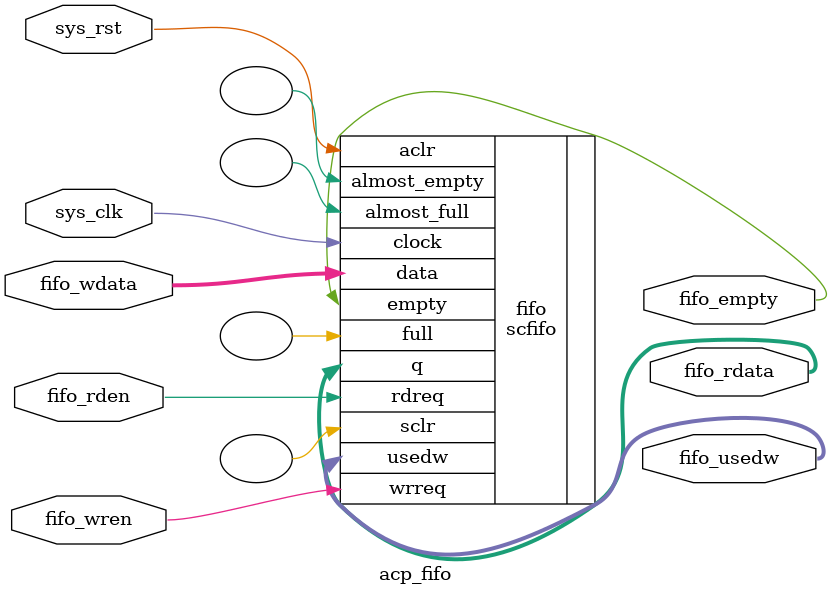
<source format=v>


// Change log:
// 
// 
// 

// -------------------------------------
// Naming Conventions:
// 	active low signals                 : "*_n"
// 	clock signals                      : "clk", "clk_div#", "clk_#x"
// 	reset signals                      : "rst", "rst_n"
// 	generics                           : "C_*"
// 	user defined types                 : "*_TYPE"
// 	state machine next state           : "*_ns"
// 	state machine current state        : "*_cs"
// 	combinatorial signals              : "*_com"
// 	pipelined or register delay signals: "*_d#"
// 	counter signals                    : "*cnt*"
// 	clock enable signals               : "*_ce"
// 	internal version of output port    : "*_i"
// 	device pins                        : "*_pin"
// 	ports                              : - Names begin with Uppercase
// Code:
module acp_fifo (/*AUTOARG*/
   // Outputs
   fifo_usedw, fifo_rdata, fifo_empty,
   // Inputs
   sys_clk, sys_rst, fifo_wdata, fifo_wren, fifo_rden
   );
   input sys_clk;
   input sys_rst;

   input [255:0] fifo_wdata;
   input 	 fifo_wren;
   output [3:0]  fifo_usedw;

   output [255:0] fifo_rdata;
   output 	  fifo_empty;
   input 	  fifo_rden;

   scfifo
     fifo (.rdreq (fifo_rden),
	   .clock (sys_clk),
	   .wrreq (fifo_wren),
	   .data  (fifo_wdata),
	   .usedw (fifo_usedw),
	   .empty (fifo_empty),
	   .q     (fifo_rdata),
	   .full  () ,
	   .aclr  (sys_rst),
	   .almost_empty (),
	   .almost_full (),
	   .sclr ());
   defparam
     fifo.add_ram_output_register = "ON",
     fifo.intended_device_family = "Stratix IV",
     fifo.lpm_numwords = 16,
     fifo.lpm_showahead = "ON",
     fifo.lpm_type = "scfifo",
     fifo.lpm_width = 256,
     fifo.lpm_widthu = 4,
     fifo.overflow_checking = "ON",
     fifo.underflow_checking = "ON",
     fifo.use_eab = "ON";

endmodule
// 
// acp_fifo.v ends here

</source>
